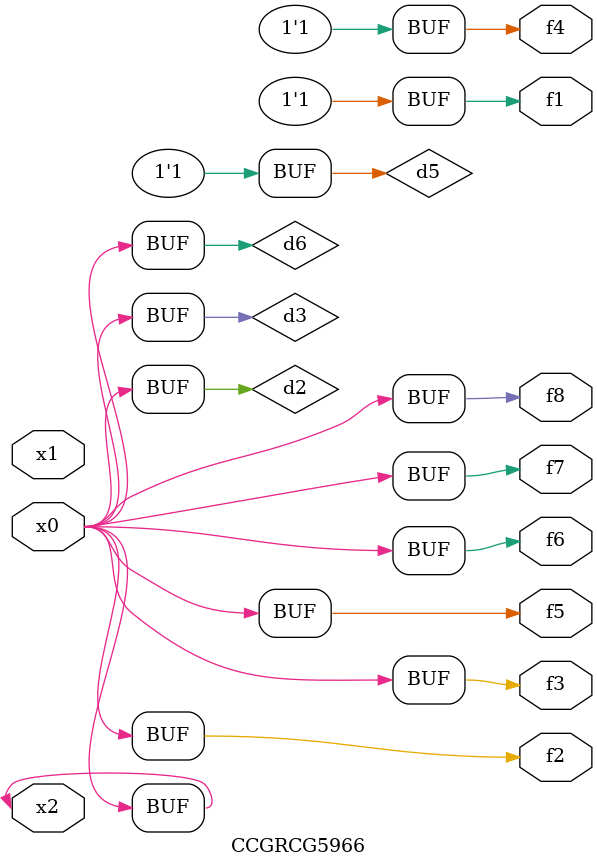
<source format=v>
module CCGRCG5966(
	input x0, x1, x2,
	output f1, f2, f3, f4, f5, f6, f7, f8
);

	wire d1, d2, d3, d4, d5, d6;

	xnor (d1, x2);
	buf (d2, x0, x2);
	and (d3, x0);
	xnor (d4, x1, x2);
	nand (d5, d1, d3);
	buf (d6, d2, d3);
	assign f1 = d5;
	assign f2 = d6;
	assign f3 = d6;
	assign f4 = d5;
	assign f5 = d6;
	assign f6 = d6;
	assign f7 = d6;
	assign f8 = d6;
endmodule

</source>
